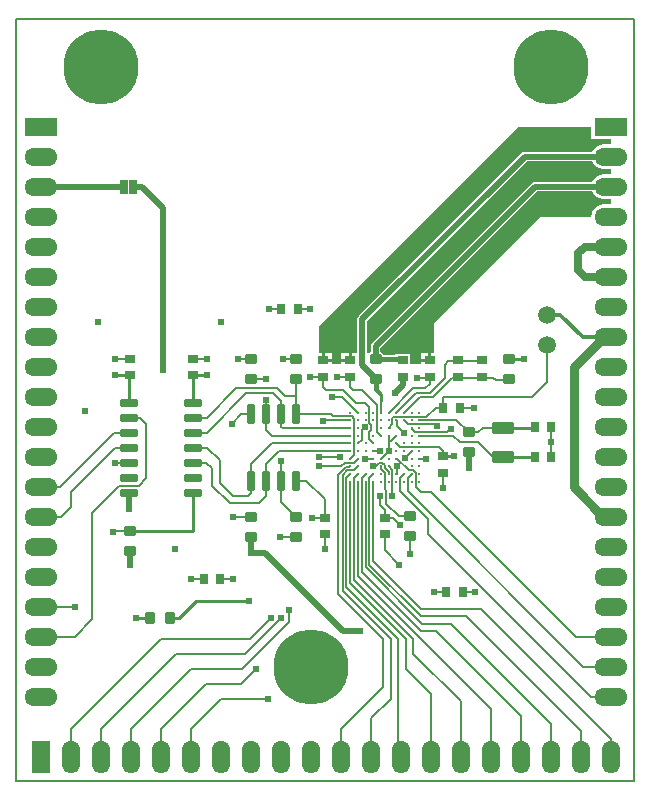
<source format=gtl>
G04*
G04 #@! TF.GenerationSoftware,Altium Limited,Altium Designer,18.1.7 (191)*
G04*
G04 Layer_Physical_Order=1*
G04 Layer_Color=255*
%FSLAX25Y25*%
%MOIN*%
G70*
G01*
G75*
%ADD13C,0.01000*%
%ADD15C,0.00800*%
%ADD16C,0.00500*%
G04:AMPARAMS|DCode=19|XSize=23.62mil|YSize=57.09mil|CornerRadius=1.18mil|HoleSize=0mil|Usage=FLASHONLY|Rotation=90.000|XOffset=0mil|YOffset=0mil|HoleType=Round|Shape=RoundedRectangle|*
%AMROUNDEDRECTD19*
21,1,0.02362,0.05472,0,0,90.0*
21,1,0.02126,0.05709,0,0,90.0*
1,1,0.00236,0.02736,0.01063*
1,1,0.00236,0.02736,-0.01063*
1,1,0.00236,-0.02736,-0.01063*
1,1,0.00236,-0.02736,0.01063*
%
%ADD19ROUNDEDRECTD19*%
G04:AMPARAMS|DCode=20|XSize=25.59mil|YSize=64.96mil|CornerRadius=1.92mil|HoleSize=0mil|Usage=FLASHONLY|Rotation=0.000|XOffset=0mil|YOffset=0mil|HoleType=Round|Shape=RoundedRectangle|*
%AMROUNDEDRECTD20*
21,1,0.02559,0.06112,0,0,0.0*
21,1,0.02175,0.06496,0,0,0.0*
1,1,0.00384,0.01088,-0.03056*
1,1,0.00384,-0.01088,-0.03056*
1,1,0.00384,-0.01088,0.03056*
1,1,0.00384,0.01088,0.03056*
%
%ADD20ROUNDEDRECTD20*%
%ADD22R,0.02500X0.05000*%
G04:AMPARAMS|DCode=23|XSize=39.37mil|YSize=35.43mil|CornerRadius=4.43mil|HoleSize=0mil|Usage=FLASHONLY|Rotation=90.000|XOffset=0mil|YOffset=0mil|HoleType=Round|Shape=RoundedRectangle|*
%AMROUNDEDRECTD23*
21,1,0.03937,0.02657,0,0,90.0*
21,1,0.03051,0.03543,0,0,90.0*
1,1,0.00886,0.01329,0.01526*
1,1,0.00886,0.01329,-0.01526*
1,1,0.00886,-0.01329,-0.01526*
1,1,0.00886,-0.01329,0.01526*
%
%ADD23ROUNDEDRECTD23*%
G04:AMPARAMS|DCode=24|XSize=39.37mil|YSize=35.43mil|CornerRadius=4.43mil|HoleSize=0mil|Usage=FLASHONLY|Rotation=180.000|XOffset=0mil|YOffset=0mil|HoleType=Round|Shape=RoundedRectangle|*
%AMROUNDEDRECTD24*
21,1,0.03937,0.02657,0,0,180.0*
21,1,0.03051,0.03543,0,0,180.0*
1,1,0.00886,-0.01526,0.01329*
1,1,0.00886,0.01526,0.01329*
1,1,0.00886,0.01526,-0.01329*
1,1,0.00886,-0.01526,-0.01329*
%
%ADD24ROUNDEDRECTD24*%
%ADD25R,0.02953X0.03740*%
%ADD26R,0.03740X0.02953*%
G04:AMPARAMS|DCode=43|XSize=39.37mil|YSize=70.87mil|CornerRadius=3.94mil|HoleSize=0mil|Usage=FLASHONLY|Rotation=270.000|XOffset=0mil|YOffset=0mil|HoleType=Round|Shape=RoundedRectangle|*
%AMROUNDEDRECTD43*
21,1,0.03937,0.06299,0,0,270.0*
21,1,0.03150,0.07087,0,0,270.0*
1,1,0.00787,-0.03150,-0.01575*
1,1,0.00787,-0.03150,0.01575*
1,1,0.00787,0.03150,0.01575*
1,1,0.00787,0.03150,-0.01575*
%
%ADD43ROUNDEDRECTD43*%
%ADD44C,0.00984*%
%ADD45C,0.02500*%
%ADD46C,0.03000*%
%ADD47C,0.01200*%
%ADD48C,0.00600*%
%ADD49C,0.01600*%
%ADD50C,0.02000*%
%ADD51C,0.02100*%
%ADD52C,0.01800*%
%ADD53C,0.01400*%
%ADD54C,0.05906*%
%ADD55C,0.25000*%
%ADD56R,0.11000X0.06000*%
%ADD57O,0.11000X0.06000*%
%ADD58R,0.06000X0.11000*%
%ADD59O,0.06000X0.11000*%
%ADD60C,0.02400*%
G36*
X192406Y206183D02*
X193047Y205347D01*
X193883Y204706D01*
X194856Y204303D01*
X195900Y204166D01*
X198400D01*
Y202235D01*
X195900D01*
X194856Y202097D01*
X193883Y201694D01*
X193047Y201053D01*
X192406Y200217D01*
X192204Y199729D01*
X173200D01*
X172615Y199613D01*
X172119Y199281D01*
X118919Y146081D01*
X118587Y145585D01*
X118471Y145000D01*
Y143136D01*
X118106Y143063D01*
X117795Y142855D01*
X117680Y142684D01*
X117080Y142841D01*
Y153345D01*
X170355Y206620D01*
X192225D01*
X192406Y206183D01*
D02*
G37*
G36*
Y196183D02*
X193047Y195347D01*
X193883Y194706D01*
X194856Y194303D01*
X195900Y194166D01*
X198400D01*
Y192235D01*
X195900D01*
X194856Y192097D01*
X193883Y191694D01*
X193047Y191053D01*
X192406Y190217D01*
X192003Y189244D01*
X191866Y188200D01*
X174800D01*
X139400Y152800D01*
Y142732D01*
X138500D01*
Y140256D01*
X138000D01*
Y139756D01*
X135130D01*
Y139100D01*
X131370D01*
Y142232D01*
X126630D01*
Y141928D01*
X122487D01*
Y142175D01*
X122414Y142543D01*
X122205Y142855D01*
X121894Y143063D01*
X121529Y143136D01*
Y144367D01*
X173834Y196671D01*
X192204D01*
X192406Y196183D01*
D02*
G37*
G36*
X191900Y214200D02*
X198400D01*
Y212234D01*
X195900D01*
X194856Y212097D01*
X193883Y211694D01*
X193047Y211053D01*
X192406Y210217D01*
X192225Y209780D01*
X169700D01*
X169095Y209660D01*
X168582Y209317D01*
X114383Y155117D01*
X114040Y154605D01*
X113920Y154000D01*
Y142732D01*
X112000D01*
Y140256D01*
X111500D01*
Y139756D01*
X108630D01*
Y139100D01*
X105370D01*
Y139756D01*
X102500D01*
Y140256D01*
X102000D01*
Y142732D01*
X101000D01*
Y151700D01*
X167500Y218200D01*
X191900D01*
Y214200D01*
D02*
G37*
%LPC*%
G36*
X137500Y142732D02*
X135130D01*
Y140756D01*
X137500D01*
Y142732D01*
D02*
G37*
G36*
X105370D02*
X103000D01*
Y140756D01*
X105370D01*
Y142732D01*
D02*
G37*
G36*
X111000D02*
X108630D01*
Y140756D01*
X111000D01*
Y142732D01*
D02*
G37*
%LPD*%
D13*
X164500Y140602D02*
X169346D01*
X121784Y126784D02*
Y128784D01*
X54500Y54500D02*
X60000Y60000D01*
X51500Y54500D02*
X54500D01*
X162500Y117842D02*
X172942D01*
X173000Y117900D01*
X162500Y108000D02*
X172921D01*
X59228Y83575D02*
Y96179D01*
X59000Y83346D02*
X59228Y83575D01*
X38000Y83346D02*
X59000D01*
X59000Y83346D01*
X142500Y108256D02*
X146044D01*
X37772Y126180D02*
Y135016D01*
X38000Y135244D01*
X59228Y126180D02*
Y135016D01*
X59000Y135244D02*
X59228Y135016D01*
X59000Y135244D02*
X63756D01*
X33244D02*
X38000D01*
X60000Y60000D02*
X77800D01*
X40000Y54500D02*
X44807D01*
D15*
X177000Y133000D02*
Y145500D01*
X172000Y128000D02*
X177000Y133000D01*
X142500Y128000D02*
X172000D01*
X124343Y113500D02*
Y115118D01*
X128409Y140602D02*
X129000Y140012D01*
X124422Y110078D02*
X124500Y110157D01*
X68500Y27500D02*
X84000D01*
X58400Y17400D02*
X68500Y27500D01*
X58400Y8200D02*
Y17400D01*
X75000Y32500D02*
X80000Y37500D01*
X63500Y32500D02*
X75000D01*
X48400Y17400D02*
X63500Y32500D01*
X75500Y37500D02*
X91000Y53000D01*
X58500Y37500D02*
X75500D01*
X38400Y17400D02*
X58500Y37500D01*
X76500Y42500D02*
X88500Y54500D01*
X53500Y42500D02*
X76500D01*
X28400Y17400D02*
X53500Y42500D01*
X78000Y47500D02*
X85000Y54500D01*
X48500Y47500D02*
X78000D01*
X18400Y17400D02*
X48500Y47500D01*
X32847Y83346D02*
X38000D01*
X32500Y83000D02*
X32847Y83346D01*
X25500Y54000D02*
Y89500D01*
X19700Y48200D02*
X25500Y54000D01*
X8400Y58200D02*
X19800D01*
X25500Y89500D02*
X34500Y98500D01*
X8400Y48200D02*
X19700D01*
X131500Y75800D02*
Y81653D01*
X123000Y76900D02*
X127800Y72100D01*
X123000Y76900D02*
Y82244D01*
X142500Y124500D02*
Y128000D01*
X125744Y87756D02*
X128000Y85500D01*
X123000Y87756D02*
X125744D01*
X123000D02*
Y90500D01*
X121500Y92000D02*
X123000Y90500D01*
X121500Y92000D02*
Y95000D01*
X119225Y110000D02*
X121500D01*
X121941Y107441D02*
X124500Y110000D01*
X121784Y107441D02*
X121941D01*
X124343Y113500D02*
X125284D01*
X124500Y110157D02*
Y113343D01*
Y110000D02*
Y110157D01*
X124500Y110157D02*
X124500Y110157D01*
X124343Y113500D02*
X124500Y113343D01*
X88500Y122302D02*
Y126680D01*
X93500Y122302D02*
Y128241D01*
Y134179D01*
X81000Y92680D02*
X83500Y95179D01*
X59228Y106179D02*
X63619D01*
X65500Y104298D01*
Y98500D02*
Y104298D01*
Y98500D02*
X71320Y92680D01*
X81000D01*
X77320Y95000D02*
X78500Y96179D01*
X32680Y116180D02*
X37772D01*
X14700Y98200D02*
X32680Y116180D01*
X8400Y98200D02*
X14700D01*
X8400Y88200D02*
X15200D01*
X18500Y91500D01*
Y96500D01*
X33180Y111179D01*
X37772D01*
X33180Y106179D02*
X37772D01*
Y121179D02*
X41320D01*
X34500Y98500D02*
X41000D01*
X43500Y101000D01*
Y119000D01*
X41320Y121179D02*
X43500Y119000D01*
X78500Y96179D02*
Y100057D01*
X83500Y95179D02*
Y100057D01*
X89759Y128241D02*
X93500D01*
X87000Y131000D02*
X89759Y128241D01*
X85900Y129279D02*
X88500Y126680D01*
X59228Y121179D02*
X63679D01*
X73500Y131000D01*
X87000D01*
X59228Y116180D02*
X63679D01*
X76780Y129279D01*
X85900D01*
X59228Y111179D02*
X63820D01*
X68000Y107000D01*
Y99500D02*
Y107000D01*
Y99500D02*
X72500Y95000D01*
X77320D01*
X91000Y53000D02*
Y57000D01*
X38400Y8200D02*
Y17400D01*
X48400Y8200D02*
Y17400D01*
X28400Y8200D02*
Y17400D01*
X18400Y8200D02*
Y17400D01*
X93500Y100057D02*
X96943D01*
X103000Y94000D01*
Y87756D02*
Y94000D01*
Y77500D02*
Y82244D01*
X72320Y88179D02*
X78500D01*
X88013Y81487D02*
X93500D01*
X89000Y140872D02*
X93500D01*
X74128D02*
X78500D01*
X59000Y140756D02*
X63756D01*
X33244D02*
X38000D01*
X75302Y122302D02*
X78500D01*
X72000Y119000D02*
X75302Y122302D01*
X178512Y107921D02*
Y112988D01*
Y117900D01*
X148012Y124500D02*
X152800D01*
X142500Y97700D02*
Y102744D01*
X98756Y87756D02*
X103000D01*
X125284Y113500D02*
X126902Y115118D01*
X108902Y128000D02*
X114107Y122795D01*
X105500Y128000D02*
X108902D01*
X139500Y63000D02*
X143488D01*
X58500Y67500D02*
X62744D01*
X84500Y157500D02*
X88488D01*
D16*
X124343Y117677D02*
X125585Y118919D01*
Y121064D01*
X127000Y118500D02*
X129500Y116000D01*
X127000Y118500D02*
Y120139D01*
X126000Y121478D02*
X136978D01*
X125585Y121064D02*
X126000Y121478D01*
X124343Y117677D02*
X124677D01*
X126902Y120236D02*
X127000Y120139D01*
X130778Y118919D02*
X140081D01*
X129461Y120236D02*
X130778Y118919D01*
X140081D02*
X140500Y118500D01*
X136978Y121478D02*
X140000Y124500D01*
X142500D01*
X143935Y116435D02*
X145000Y117500D01*
X133106Y116435D02*
X143935D01*
X132020Y117520D02*
X133106Y116435D01*
X107500Y101914D02*
X110151Y104565D01*
X107500Y62500D02*
Y101914D01*
Y62500D02*
X122500Y47500D01*
X109000Y102000D02*
X110565Y103565D01*
X109000Y63500D02*
Y102000D01*
Y63500D02*
X125000Y47500D01*
X120500Y116402D02*
Y125500D01*
Y116402D02*
X121784Y115118D01*
X123635Y92365D02*
Y96865D01*
X123026Y97474D02*
X123635Y96865D01*
X123026Y97474D02*
Y102837D01*
X123635Y92365D02*
X127654Y88346D01*
X131000D01*
X128145Y96855D02*
X137500Y87500D01*
Y82500D02*
Y87500D01*
Y82500D02*
X191800Y28200D01*
X128145Y96855D02*
Y101006D01*
X117908Y119349D02*
Y123592D01*
Y119349D02*
X118450Y118808D01*
Y117192D02*
Y118808D01*
X117784Y116526D02*
X118450Y117192D01*
X117784Y114000D02*
Y116526D01*
Y114000D02*
X119225Y112559D01*
X88500Y100057D02*
Y106679D01*
X111548Y107441D02*
X112865Y108758D01*
Y120688D01*
X112000Y121553D02*
X112865Y120688D01*
X126902Y102323D02*
X127000Y102420D01*
X126902Y107441D02*
X127317D01*
X131193Y103565D02*
X132535D01*
X133337Y102762D01*
X128145Y101006D02*
X129461Y102323D01*
X130778Y101081D02*
X132020Y102323D01*
X112790Y103565D02*
X114107Y104882D01*
X115424Y101081D02*
X116666Y102323D01*
X117908Y101006D02*
X119225Y102323D01*
X102500Y120179D02*
X102557Y120236D01*
X111548D01*
X105198Y122302D02*
X105947Y121553D01*
X112000D01*
X93500Y122302D02*
X105198D01*
X112865Y101081D02*
X114107Y102323D01*
X110565Y103565D02*
X112790D01*
X110151Y104565D02*
X111231D01*
X111548Y104882D01*
X110306Y101081D02*
X111548Y102323D01*
X198400Y8200D02*
Y14100D01*
X191800Y28200D02*
X198400D01*
X188400Y8200D02*
Y16600D01*
X178400Y8200D02*
Y19100D01*
X148400Y8200D02*
Y26600D01*
X138400Y8200D02*
Y29100D01*
X158400Y8200D02*
Y24100D01*
X114107Y68393D02*
Y99764D01*
Y68393D02*
X158400Y24100D01*
X112865Y67135D02*
Y101081D01*
X111548Y65952D02*
Y99764D01*
X110306Y64694D02*
Y101081D01*
X168400Y8200D02*
Y21600D01*
X115424Y69576D02*
Y101081D01*
X116666Y71334D02*
Y99764D01*
X117908Y72092D02*
Y101006D01*
X119225Y73275D02*
Y99764D01*
X132500Y42500D02*
X148400Y26600D01*
X132500Y42500D02*
Y47500D01*
X112865Y67135D02*
X132500Y47500D01*
X115424Y69576D02*
X135000Y50000D01*
X140000D01*
X168400Y21600D01*
X116666Y71334D02*
X135500Y52500D01*
X145000D01*
X178400Y19100D01*
X117908Y72092D02*
X135000Y55000D01*
X150000D01*
X188400Y16600D01*
X119225Y73275D02*
X135000Y57500D01*
X155000D01*
X198400Y14100D01*
X130000Y37500D02*
X138400Y29100D01*
X130000Y37500D02*
Y47500D01*
X111548Y65952D02*
X130000Y47500D01*
X110306Y64694D02*
X127500Y47500D01*
X108400Y8200D02*
Y17400D01*
X122500Y31500D01*
Y47500D01*
X118400Y8200D02*
Y20900D01*
X125000Y27500D01*
Y47500D01*
X127500Y9100D02*
X128400Y8200D01*
X127500Y9100D02*
Y47500D01*
X130778Y96722D02*
Y101081D01*
Y96722D02*
X189300Y38200D01*
X198400D01*
X186800Y48200D02*
X198400D01*
X138500Y96500D02*
X186800Y48200D01*
X132020Y117520D02*
Y117677D01*
X134580Y107441D02*
X136941D01*
X142500Y108256D02*
Y110000D01*
X124343Y102323D02*
Y103125D01*
X125585Y95085D02*
Y103640D01*
X124343Y104882D02*
X125585Y103640D01*
X127000Y102420D02*
Y105000D01*
X127317Y107441D02*
X131193Y103565D01*
X129828Y107808D02*
X132020Y110000D01*
X141258Y111242D02*
X142500Y110000D01*
X135000Y96500D02*
X138500D01*
X133337Y98163D02*
Y102762D01*
Y98163D02*
X135000Y96500D01*
X88500Y93180D02*
Y100057D01*
Y93180D02*
X93500Y88179D01*
X126902Y112559D02*
X128219Y111242D01*
X141258D01*
X121784Y104079D02*
Y104882D01*
Y104079D02*
X123026Y102837D01*
X122299Y106124D02*
X123026Y105396D01*
X121270Y106124D02*
X122299D01*
X123026Y104442D02*
Y105396D01*
X119000Y105000D02*
X120146D01*
X121270Y106124D01*
X123026Y104442D02*
X124343Y103125D01*
X112865Y106199D02*
X114107Y107441D01*
X116559D02*
X119225D01*
X108500Y105000D02*
X109699Y106199D01*
X112865D01*
X101000Y108000D02*
X108000D01*
X101000Y105000D02*
X108500D01*
X232Y-7D02*
Y253993D01*
X206232D01*
Y-7D02*
Y253993D01*
X232Y-7D02*
X206232D01*
D19*
X59228Y96179D02*
D03*
Y101180D02*
D03*
Y106179D02*
D03*
Y111179D02*
D03*
Y116180D02*
D03*
Y121179D02*
D03*
Y126180D02*
D03*
X37772Y96179D02*
D03*
Y101180D02*
D03*
Y106179D02*
D03*
Y111179D02*
D03*
Y116180D02*
D03*
Y121179D02*
D03*
Y126180D02*
D03*
D20*
X78500Y100057D02*
D03*
X83500D02*
D03*
X88500D02*
D03*
X93500D02*
D03*
X78500Y122302D02*
D03*
X83500D02*
D03*
X88500D02*
D03*
X93500D02*
D03*
D22*
X39243Y198000D02*
D03*
X36000D02*
D03*
D23*
X51500Y54500D02*
D03*
X44807D02*
D03*
D24*
X38000Y83346D02*
D03*
Y76653D02*
D03*
X78500Y81487D02*
D03*
Y88179D02*
D03*
X131500Y81653D02*
D03*
Y88346D02*
D03*
X164500Y134153D02*
D03*
Y140847D02*
D03*
X151000Y116268D02*
D03*
Y109575D02*
D03*
X93500Y88179D02*
D03*
Y81487D02*
D03*
X78500Y134179D02*
D03*
Y140872D02*
D03*
X93500Y134179D02*
D03*
Y140872D02*
D03*
X120000Y134153D02*
D03*
Y140847D02*
D03*
D25*
X149000Y63000D02*
D03*
X143488D02*
D03*
X68256Y67500D02*
D03*
X62744D02*
D03*
X94000Y157500D02*
D03*
X88488D02*
D03*
X142500Y124500D02*
D03*
X148012D02*
D03*
X178512Y107921D02*
D03*
X173000D02*
D03*
X178512Y117900D02*
D03*
X173000D02*
D03*
D26*
X142500Y108256D02*
D03*
Y102744D02*
D03*
X123000Y87756D02*
D03*
Y82244D02*
D03*
X103000Y87756D02*
D03*
Y82244D02*
D03*
X138000Y134744D02*
D03*
Y140256D02*
D03*
X111500Y134744D02*
D03*
Y140256D02*
D03*
X102500Y134744D02*
D03*
Y140256D02*
D03*
X59000Y135244D02*
D03*
Y140756D02*
D03*
X38000Y135244D02*
D03*
Y140756D02*
D03*
X147500Y134744D02*
D03*
Y140256D02*
D03*
X155500Y134744D02*
D03*
Y140256D02*
D03*
X129000Y134744D02*
D03*
Y140256D02*
D03*
D43*
X162500Y108000D02*
D03*
Y117842D02*
D03*
D44*
X134580Y122795D02*
D03*
Y120236D02*
D03*
Y117677D02*
D03*
Y115118D02*
D03*
Y112559D02*
D03*
Y110000D02*
D03*
Y107441D02*
D03*
Y104882D02*
D03*
Y102323D02*
D03*
Y99764D02*
D03*
X132020Y122795D02*
D03*
Y120236D02*
D03*
Y117677D02*
D03*
Y115118D02*
D03*
Y112559D02*
D03*
Y110000D02*
D03*
Y107441D02*
D03*
Y104882D02*
D03*
Y102323D02*
D03*
Y99764D02*
D03*
X129461Y122795D02*
D03*
Y120236D02*
D03*
Y112559D02*
D03*
Y110000D02*
D03*
Y102323D02*
D03*
Y99764D02*
D03*
X126902Y122795D02*
D03*
Y120236D02*
D03*
Y115118D02*
D03*
Y112559D02*
D03*
Y110000D02*
D03*
Y107441D02*
D03*
Y102323D02*
D03*
Y99764D02*
D03*
X124343Y122795D02*
D03*
Y120236D02*
D03*
Y117677D02*
D03*
Y115118D02*
D03*
Y107441D02*
D03*
Y104882D02*
D03*
Y102323D02*
D03*
Y99764D02*
D03*
X121784Y122795D02*
D03*
Y120236D02*
D03*
Y117677D02*
D03*
Y115118D02*
D03*
Y107441D02*
D03*
Y104882D02*
D03*
Y102323D02*
D03*
Y99764D02*
D03*
X119225Y122795D02*
D03*
Y120236D02*
D03*
Y115118D02*
D03*
Y112559D02*
D03*
Y110000D02*
D03*
Y107441D02*
D03*
Y102323D02*
D03*
Y99764D02*
D03*
X116666Y122795D02*
D03*
Y120236D02*
D03*
Y112559D02*
D03*
Y110000D02*
D03*
Y102323D02*
D03*
Y99764D02*
D03*
X114107Y122795D02*
D03*
Y120236D02*
D03*
Y117677D02*
D03*
Y115118D02*
D03*
Y112559D02*
D03*
Y110000D02*
D03*
Y107441D02*
D03*
Y104882D02*
D03*
Y102323D02*
D03*
Y99764D02*
D03*
X111548Y122795D02*
D03*
Y120236D02*
D03*
Y117677D02*
D03*
Y115118D02*
D03*
Y112559D02*
D03*
Y110000D02*
D03*
Y107441D02*
D03*
Y104882D02*
D03*
Y102323D02*
D03*
Y99764D02*
D03*
D45*
X189700Y178200D02*
X198400D01*
X187500Y176000D02*
X189700Y178200D01*
X187500Y170500D02*
Y176000D01*
Y170500D02*
X189800Y168200D01*
X198400D01*
D46*
X186000Y138000D02*
X196000Y148000D01*
X195800Y88200D02*
X198400D01*
X186000Y98000D02*
X195800Y88200D01*
X186000Y98000D02*
Y138000D01*
D47*
X196000Y148000D02*
X198200D01*
X189000D02*
X196000D01*
X198200D02*
X198400Y148200D01*
X181500Y155500D02*
X189000Y148000D01*
X177000Y155500D02*
X181500D01*
X120000Y133909D02*
X120346D01*
D48*
X146768Y120500D02*
X151000Y116268D01*
X139672Y120500D02*
X146768D01*
X139408Y120236D02*
X139672Y120500D01*
X134580Y120236D02*
X139408D01*
X134580Y115118D02*
X145882D01*
X145500Y134500D02*
X159256D01*
X144256Y140012D02*
X155500D01*
X133756Y134500D02*
X138000D01*
X121784Y122795D02*
Y126784D01*
X143000Y138756D02*
X144256Y140012D01*
X98256Y134744D02*
X102500D01*
X107244D02*
X111500D01*
X139000Y128000D02*
X145500Y134500D01*
X134666Y128000D02*
X139000D01*
X132548Y131000D02*
X136500D01*
X124343Y122795D02*
X132548Y131000D01*
X138000Y132500D02*
Y134500D01*
X136500Y131000D02*
X138000Y132500D01*
Y129500D02*
X143000Y134500D01*
X133607Y129500D02*
X138000D01*
X126902Y122795D02*
X133607Y129500D01*
X129461Y122795D02*
X134666Y128000D01*
X143000Y134500D02*
Y138756D01*
X111500Y131500D02*
Y134744D01*
Y131500D02*
X112500Y130500D01*
X115500D01*
X120500Y125500D01*
X102500Y131500D02*
Y134744D01*
Y131500D02*
X103500Y130500D01*
X109000D01*
X113500Y126000D01*
X116500D01*
X117908Y124592D01*
Y123592D02*
Y124592D01*
X115399Y113851D02*
Y116899D01*
X114107Y112559D02*
X115399Y113851D01*
Y116899D02*
X116500Y118000D01*
X85561Y115118D02*
X111548D01*
X83500Y117180D02*
X85561Y115118D01*
X78500Y105680D02*
X85379Y112559D01*
X111548D01*
X78500Y100057D02*
Y105680D01*
X83500Y100057D02*
Y105680D01*
X88500Y118180D02*
X89002Y117677D01*
X111548D01*
X78500Y134179D02*
X83500D01*
X88500Y118180D02*
Y122302D01*
X83500D02*
Y127180D01*
Y117180D02*
Y122302D01*
X154000Y113000D02*
X159000Y108000D01*
X162500D01*
X145882Y115118D02*
X148000Y113000D01*
X154000D01*
X151000Y116268D02*
X154268D01*
X155842Y117842D01*
X162500D01*
X172921Y108000D02*
X173000Y107921D01*
X159256Y134500D02*
X160000Y133756D01*
X164347D01*
X164500Y133909D01*
X83500Y105680D02*
X87821Y110000D01*
X111548D01*
X149000Y63000D02*
X153000D01*
X68256Y67500D02*
X72500D01*
X94000Y157500D02*
X98000D01*
D49*
X120000Y140602D02*
X128409D01*
D50*
X126500Y129500D02*
X129000Y132000D01*
Y134744D01*
X173200Y198200D02*
X198400D01*
X120000Y145000D02*
X173200Y198200D01*
X120000Y140847D02*
Y145000D01*
X8400Y198200D02*
X35800D01*
X36000Y198000D01*
X39243D02*
X42000D01*
X49000Y191000D01*
Y137000D02*
Y191000D01*
X78500Y76000D02*
Y81487D01*
X151000Y104500D02*
Y109575D01*
X37772Y90728D02*
Y96179D01*
X38000Y72000D02*
Y76653D01*
X78500Y76000D02*
X83000D01*
X109000Y50000D01*
X114663D01*
D51*
X169700Y208200D02*
X198400D01*
X115500Y154000D02*
X169700Y208200D01*
X115500Y138654D02*
Y154000D01*
Y138654D02*
X120000Y134153D01*
D52*
Y130569D02*
Y133909D01*
D53*
Y130569D02*
X121784Y128784D01*
D54*
X177000Y155500D02*
D03*
Y145500D02*
D03*
D55*
X98400Y38200D02*
D03*
X28400Y238200D02*
D03*
X178400D02*
D03*
D56*
X8400Y218200D02*
D03*
X198400D02*
D03*
D57*
X8400Y208200D02*
D03*
Y198200D02*
D03*
Y188200D02*
D03*
Y178200D02*
D03*
Y168200D02*
D03*
Y158200D02*
D03*
Y148200D02*
D03*
Y138200D02*
D03*
Y128200D02*
D03*
Y118200D02*
D03*
Y108200D02*
D03*
Y98200D02*
D03*
Y88200D02*
D03*
Y78200D02*
D03*
Y68200D02*
D03*
Y58200D02*
D03*
Y48200D02*
D03*
Y38200D02*
D03*
Y28200D02*
D03*
X198400Y208200D02*
D03*
Y198200D02*
D03*
Y188200D02*
D03*
Y178200D02*
D03*
Y168200D02*
D03*
Y158200D02*
D03*
Y148200D02*
D03*
Y138200D02*
D03*
Y128200D02*
D03*
Y118200D02*
D03*
Y108200D02*
D03*
Y98200D02*
D03*
Y88200D02*
D03*
Y78200D02*
D03*
Y68200D02*
D03*
Y58200D02*
D03*
Y48200D02*
D03*
Y38200D02*
D03*
Y28200D02*
D03*
D58*
X8400Y8200D02*
D03*
D59*
X18400D02*
D03*
X28400D02*
D03*
X38400D02*
D03*
X48400D02*
D03*
X58400D02*
D03*
X68400D02*
D03*
X78400D02*
D03*
X88400D02*
D03*
X98400D02*
D03*
X108400D02*
D03*
X118400D02*
D03*
X128400D02*
D03*
X138400D02*
D03*
X148400D02*
D03*
X158400D02*
D03*
X168400D02*
D03*
X178400D02*
D03*
X188400D02*
D03*
X198400D02*
D03*
D60*
X129500Y116000D02*
D03*
X140500Y118500D02*
D03*
X145000Y117500D02*
D03*
X84000Y27500D02*
D03*
X32500Y83000D02*
D03*
X19800Y58200D02*
D03*
X27500Y153100D02*
D03*
X68600Y153000D02*
D03*
X131500Y75800D02*
D03*
X127800Y72100D02*
D03*
X133400Y140300D02*
D03*
X106900D02*
D03*
X126500Y129500D02*
D03*
X111500Y147000D02*
D03*
Y152500D02*
D03*
X122000Y154000D02*
D03*
X126000Y146000D02*
D03*
X130000Y150000D02*
D03*
X134000Y154000D02*
D03*
X98256Y134744D02*
D03*
X107244D02*
D03*
X128000Y85500D02*
D03*
X121500Y95000D02*
D03*
Y110000D02*
D03*
X124500D02*
D03*
X116500Y118000D02*
D03*
X133756Y134500D02*
D03*
X88500Y106679D02*
D03*
X102500Y120179D02*
D03*
X83500Y127180D02*
D03*
Y134179D02*
D03*
X33180Y106179D02*
D03*
X49000Y137000D02*
D03*
X78500Y76000D02*
D03*
X136941Y107441D02*
D03*
X125585Y95085D02*
D03*
X91000Y57000D02*
D03*
X88500Y54500D02*
D03*
X85000D02*
D03*
X80000Y37500D02*
D03*
X127000Y105000D02*
D03*
X129828Y107808D02*
D03*
X151000Y104500D02*
D03*
X103000Y77500D02*
D03*
X72320Y88179D02*
D03*
X88013Y81487D02*
D03*
X89000Y140872D02*
D03*
X74128D02*
D03*
X63756Y140756D02*
D03*
X33244D02*
D03*
X72000Y119000D02*
D03*
X178512Y112988D02*
D03*
X152800Y124500D02*
D03*
X142500Y97700D02*
D03*
X146044Y108256D02*
D03*
X37772Y90728D02*
D03*
X38000Y72000D02*
D03*
X63756Y135244D02*
D03*
X33244D02*
D03*
X169346Y140602D02*
D03*
X98756Y87756D02*
D03*
X126000Y158000D02*
D03*
X130000Y162000D02*
D03*
X134000Y166000D02*
D03*
X138000Y170000D02*
D03*
X142000Y174000D02*
D03*
X146000Y178000D02*
D03*
X150000Y182000D02*
D03*
X154000Y186000D02*
D03*
X158000Y190000D02*
D03*
X162000Y194000D02*
D03*
X166000Y198000D02*
D03*
X170000Y202000D02*
D03*
X176000Y203000D02*
D03*
X182000D02*
D03*
X188000D02*
D03*
X174000Y194000D02*
D03*
X170000Y190000D02*
D03*
X166000Y186000D02*
D03*
X162000Y182000D02*
D03*
X158000Y178000D02*
D03*
X154000Y174000D02*
D03*
X150000Y170000D02*
D03*
X146000Y166000D02*
D03*
X142000Y162000D02*
D03*
X138000Y158000D02*
D03*
X157000Y202000D02*
D03*
X153000Y198000D02*
D03*
X149000Y194000D02*
D03*
X145000Y190000D02*
D03*
X141000Y186000D02*
D03*
X137000Y182000D02*
D03*
X133000Y178000D02*
D03*
X129000Y174000D02*
D03*
X125000Y170000D02*
D03*
X121000Y166000D02*
D03*
X117000Y162000D02*
D03*
X113000Y158000D02*
D03*
X161000Y206000D02*
D03*
X165000Y210000D02*
D03*
X180000Y194000D02*
D03*
X186000D02*
D03*
X170000Y213000D02*
D03*
X176000D02*
D03*
X182000D02*
D03*
X188000D02*
D03*
X119000Y105000D02*
D03*
X105500Y128000D02*
D03*
X77800Y60000D02*
D03*
X40000Y54500D02*
D03*
X116559Y107441D02*
D03*
X108000Y108000D02*
D03*
X101000D02*
D03*
Y105000D02*
D03*
X114663Y50000D02*
D03*
X53000Y77500D02*
D03*
X23000Y123500D02*
D03*
X139500Y63000D02*
D03*
X153000D02*
D03*
X58500Y67500D02*
D03*
X72500D02*
D03*
X98000Y157500D02*
D03*
X84500D02*
D03*
M02*

</source>
